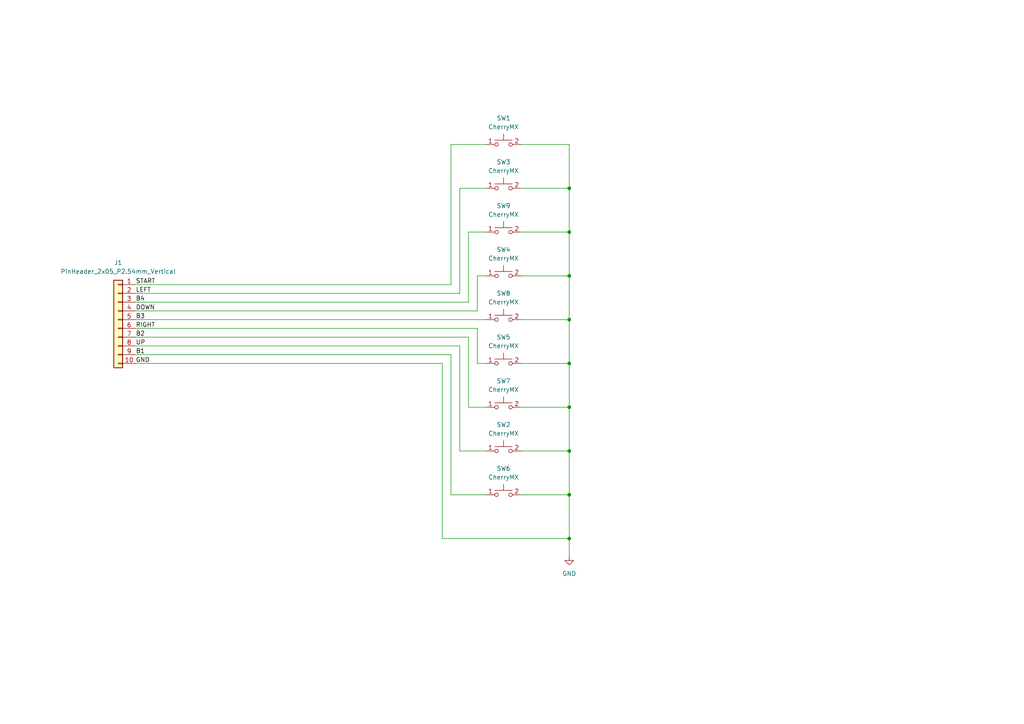
<source format=kicad_sch>
(kicad_sch (version 20211123) (generator eeschema)
  (paper "A4")
  (title_block (title "Additional Player PCB") (date "2022-05-19") (rev "A") (company "Meerkat Musings") (comment 1 "This is one dope schematic."))
  (lib_symbols
    (symbol "CherryMX:CherryMX" (pin_names (offset 0.254))
      (property "Reference" "SW" (at 2.54 3.175 0))
      (property "Value" "CherryMX" (at 0 -1.905 0))
      (symbol "CherryMX_1_1"
        (circle (center -2.032 0) (radius 0.508))
        (polyline (pts (xy 0 1.27) (xy 0 3.048)))
        (polyline (pts (xy 2.54 1.27) (xy -2.54 1.27)))
        (circle (center 2.032 0) (radius 0.508))
        (pin passive line (at -5.08 0 0) (length 2.54) (name "~") (number "1"))
        (pin passive line (at 5.08 0 180) (length 2.54) (name "~") (number "2"))
      )
    )
    (symbol "Connector_Generic:Conn_01x10" (pin_names (offset 1.016) hide)
      (property "Reference" "J" (at 0 12.7 0))
      (property "Value" "Conn_01x10" (at 0 -15.24 0))
      (symbol "Conn_01x10_1_1"
        (rectangle (start -1.27 -12.573) (end 0 -12.827) (stroke (width 0.1524)))
        (rectangle (start -1.27 -10.033) (end 0 -10.287) (stroke (width 0.1524)))
        (rectangle (start -1.27 -7.493) (end 0 -7.747) (stroke (width 0.1524)))
        (rectangle (start -1.27 -4.953) (end 0 -5.207) (stroke (width 0.1524)))
        (rectangle (start -1.27 -2.413) (end 0 -2.667) (stroke (width 0.1524)))
        (rectangle (start -1.27 0.127) (end 0 -0.127) (stroke (width 0.1524)))
        (rectangle (start -1.27 2.667) (end 0 2.413) (stroke (width 0.1524)))
        (rectangle (start -1.27 5.207) (end 0 4.953) (stroke (width 0.1524)))
        (rectangle (start -1.27 7.747) (end 0 7.493) (stroke (width 0.1524)))
        (rectangle (start -1.27 10.287) (end 0 10.033) (stroke (width 0.1524)))
        (rectangle (start -1.27 11.43) (end 1.27 -13.97) (stroke (width 0.254)) (fill (type background)))
        (pin passive line (at -5.08 10.16 0) (length 3.81) (name "Pin_1") (number "1"))
        (pin passive line (at -5.08 -12.7 0) (length 3.81) (name "Pin_10") (number "10"))
        (pin passive line (at -5.08 7.62 0) (length 3.81) (name "Pin_2") (number "2"))
        (pin passive line (at -5.08 5.08 0) (length 3.81) (name "Pin_3") (number "3"))
        (pin passive line (at -5.08 2.54 0) (length 3.81) (name "Pin_4") (number "4"))
        (pin passive line (at -5.08 0 0) (length 3.81) (name "Pin_5") (number "5"))
        (pin passive line (at -5.08 -2.54 0) (length 3.81) (name "Pin_6") (number "6"))
        (pin passive line (at -5.08 -5.08 0) (length 3.81) (name "Pin_7") (number "7"))
        (pin passive line (at -5.08 -7.62 0) (length 3.81) (name "Pin_8") (number "8"))
        (pin passive line (at -5.08 -10.16 0) (length 3.81) (name "Pin_9") (number "9"))
      )
    )
    (symbol "power:GND" (power) (pin_names (offset 0))
      (property "Value" "GND" (at 0 -3.81 0))
      (symbol "GND_0_1"
        (polyline (pts (xy 0 0) (xy 0 -1.27) (xy 1.27 -1.27) (xy 0 -2.54) (xy -1.27 -1.27) (xy 0 -1.27)))
      )
      (symbol "GND_1_1"
        (pin power_in line (at 0 0 270) (length 0) hide (name "GND") (number "1"))
      )
    )
  )
  (junction (at 165.1 156.21))
  (junction (at 165.1 130.81))
  (junction (at 165.1 80.01))
  (junction (at 165.1 118.11))
  (junction (at 165.1 105.41))
  (junction (at 165.1 92.71))
  (junction (at 165.1 67.31))
  (junction (at 165.1 143.51))
  (junction (at 165.1 54.61))
  (wire (pts (xy 165.1 92.71) (xy 165.1 105.41)))
  (wire (pts (xy 39.37 85.09) (xy 133.35 85.09)))
  (wire (pts (xy 39.37 105.41) (xy 128.27 105.41)))
  (wire (pts (xy 138.43 95.25) (xy 138.43 105.41)))
  (wire (pts (xy 138.43 80.01) (xy 140.97 80.01)))
  (wire (pts (xy 39.37 92.71) (xy 140.97 92.71)))
  (wire (pts (xy 39.37 87.63) (xy 135.89 87.63)))
  (wire (pts (xy 151.13 130.81) (xy 165.1 130.81)))
  (wire (pts (xy 138.43 105.41) (xy 140.97 105.41)))
  (wire (pts (xy 130.81 41.91) (xy 140.97 41.91)))
  (wire (pts (xy 138.43 90.17) (xy 138.43 80.01)))
  (wire (pts (xy 165.1 80.01) (xy 165.1 92.71)))
  (wire (pts (xy 39.37 90.17) (xy 138.43 90.17)))
  (wire (pts (xy 39.37 97.79) (xy 135.89 97.79)))
  (wire (pts (xy 165.1 118.11) (xy 165.1 130.81)))
  (wire (pts (xy 151.13 41.91) (xy 165.1 41.91)))
  (wire (pts (xy 39.37 82.55) (xy 130.81 82.55)))
  (wire (pts (xy 130.81 102.87) (xy 130.81 143.51)))
  (wire (pts (xy 165.1 67.31) (xy 165.1 80.01)))
  (wire (pts (xy 151.13 92.71) (xy 165.1 92.71)))
  (wire (pts (xy 165.1 41.91) (xy 165.1 54.61)))
  (wire (pts (xy 165.1 54.61) (xy 165.1 67.31)))
  (wire (pts (xy 39.37 100.33) (xy 133.35 100.33)))
  (wire (pts (xy 133.35 130.81) (xy 140.97 130.81)))
  (wire (pts (xy 151.13 54.61) (xy 165.1 54.61)))
  (wire (pts (xy 151.13 80.01) (xy 165.1 80.01)))
  (wire (pts (xy 130.81 82.55) (xy 130.81 41.91)))
  (wire (pts (xy 135.89 118.11) (xy 140.97 118.11)))
  (wire (pts (xy 151.13 118.11) (xy 165.1 118.11)))
  (wire (pts (xy 151.13 105.41) (xy 165.1 105.41)))
  (wire (pts (xy 135.89 67.31) (xy 140.97 67.31)))
  (wire (pts (xy 165.1 156.21) (xy 165.1 161.29)))
  (wire (pts (xy 135.89 97.79) (xy 135.89 118.11)))
  (wire (pts (xy 135.89 87.63) (xy 135.89 67.31)))
  (wire (pts (xy 130.81 143.51) (xy 140.97 143.51)))
  (wire (pts (xy 39.37 102.87) (xy 130.81 102.87)))
  (wire (pts (xy 128.27 156.21) (xy 128.27 105.41)))
  (wire (pts (xy 165.1 156.21) (xy 128.27 156.21)))
  (wire (pts (xy 165.1 130.81) (xy 165.1 143.51)))
  (wire (pts (xy 133.35 85.09) (xy 133.35 54.61)))
  (wire (pts (xy 39.37 95.25) (xy 138.43 95.25)))
  (wire (pts (xy 133.35 54.61) (xy 140.97 54.61)))
  (wire (pts (xy 133.35 100.33) (xy 133.35 130.81)))
  (wire (pts (xy 165.1 143.51) (xy 165.1 156.21)))
  (wire (pts (xy 151.13 143.51) (xy 165.1 143.51)))
  (wire (pts (xy 151.13 67.31) (xy 165.1 67.31)))
  (wire (pts (xy 165.1 105.41) (xy 165.1 118.11)))
  (label "B4" (at 39.37 87.63 0))
  (label "UP" (at 39.37 100.33 0))
  (label "START" (at 39.37 82.55 0))
  (label "GND" (at 39.37 105.41 0))
  (label "B2" (at 39.37 97.79 0))
  (label "RIGHT" (at 39.37 95.25 0))
  (label "B1" (at 39.37 102.87 0))
  (label "B3" (at 39.37 92.71 0))
  (label "LEFT" (at 39.37 85.09 0))
  (label "DOWN" (at 39.37 90.17 0))
  (symbol (lib_id "CherryMX:CherryMX") (at 146.05 54.61 0) (unit 1)
    (property "Reference" "SW3" (at 146.05 46.99 0))
    (property "Value" "CherryMX" (at 146.05 49.53 0))
    (property "Footprint" "Button_Switch_Keyboard:SW_Cherry_MX_1.00u_PCB" (effects hide))
  )
  (symbol (lib_id "CherryMX:CherryMX") (at 146.05 67.31 0) (unit 1)
    (property "Reference" "SW9" (at 146.05 59.69 0))
    (property "Value" "CherryMX" (at 146.05 62.23 0))
    (property "Footprint" "Button_Switch_Keyboard:SW_Cherry_MX_1.00u_PCB" (effects hide))
  )
  (symbol (lib_id "CherryMX:CherryMX") (at 146.05 143.51 0) (unit 1)
    (property "Reference" "SW6" (at 146.05 135.89 0))
    (property "Value" "CherryMX" (at 146.05 138.43 0))
    (property "Footprint" "Button_Switch_Keyboard:SW_Cherry_MX_1.00u_PCB" (effects hide))
  )
  (symbol (lib_id "CherryMX:CherryMX") (at 146.05 92.71 0) (unit 1)
    (property "Reference" "SW8" (at 146.05 85.09 0))
    (property "Value" "CherryMX" (at 146.05 87.63 0))
    (property "Footprint" "Button_Switch_Keyboard:SW_Cherry_MX_1.00u_PCB" (effects hide))
  )
  (symbol (lib_id "power:GND") (at 165.1 161.29 0) (unit 1)
    (property "Reference" "#PWR01" (effects hide))
    (property "Value" "GND" (at 165.1 166.37 0))
  )
  (symbol (lib_id "Connector_Generic:Conn_01x10") (at 34.29 92.71 0) (mirror y) (unit 1)
    (property "Reference" "J1" (at 34.29 76.2 0))
    (property "Value" "PinHeader_2x05_P2.54mm_Vertical" (at 34.29 78.74 0))
    (property "Footprint" "Connector_PinHeader_2.54mm:PinHeader_2x05_P2.54mm_Vertical" (effects hide))
  )
  (symbol (lib_id "CherryMX:CherryMX") (at 146.05 80.01 0) (unit 1)
    (property "Reference" "SW4" (at 146.05 72.39 0))
    (property "Value" "CherryMX" (at 146.05 74.93 0))
    (property "Footprint" "Button_Switch_Keyboard:SW_Cherry_MX_1.00u_PCB" (effects hide))
  )
  (symbol (lib_id "CherryMX:CherryMX") (at 146.05 118.11 0) (unit 1)
    (property "Reference" "SW7" (at 146.05 110.49 0))
    (property "Value" "CherryMX" (at 146.05 113.03 0))
    (property "Footprint" "Button_Switch_Keyboard:SW_Cherry_MX_1.00u_PCB" (effects hide))
  )
  (symbol (lib_id "CherryMX:CherryMX") (at 146.05 105.41 0) (unit 1)
    (property "Reference" "SW5" (at 146.05 97.79 0))
    (property "Value" "CherryMX" (at 146.05 100.33 0))
    (property "Footprint" "Button_Switch_Keyboard:SW_Cherry_MX_1.00u_PCB" (effects hide))
  )
  (symbol (lib_id "CherryMX:CherryMX") (at 146.05 130.81 0) (unit 1)
    (property "Reference" "SW2" (at 146.05 123.19 0))
    (property "Value" "CherryMX" (at 146.05 125.73 0))
    (property "Footprint" "Button_Switch_Keyboard:SW_Cherry_MX_1.00u_PCB" (effects hide))
  )
  (symbol (lib_id "CherryMX:CherryMX") (at 146.05 41.91 0) (unit 1)
    (property "Reference" "SW1" (at 146.05 34.29 0))
    (property "Value" "CherryMX" (at 146.05 36.83 0))
    (property "Footprint" "Button_Switch_Keyboard:SW_Cherry_MX_1.00u_PCB" (effects hide))
  )
)
</source>
